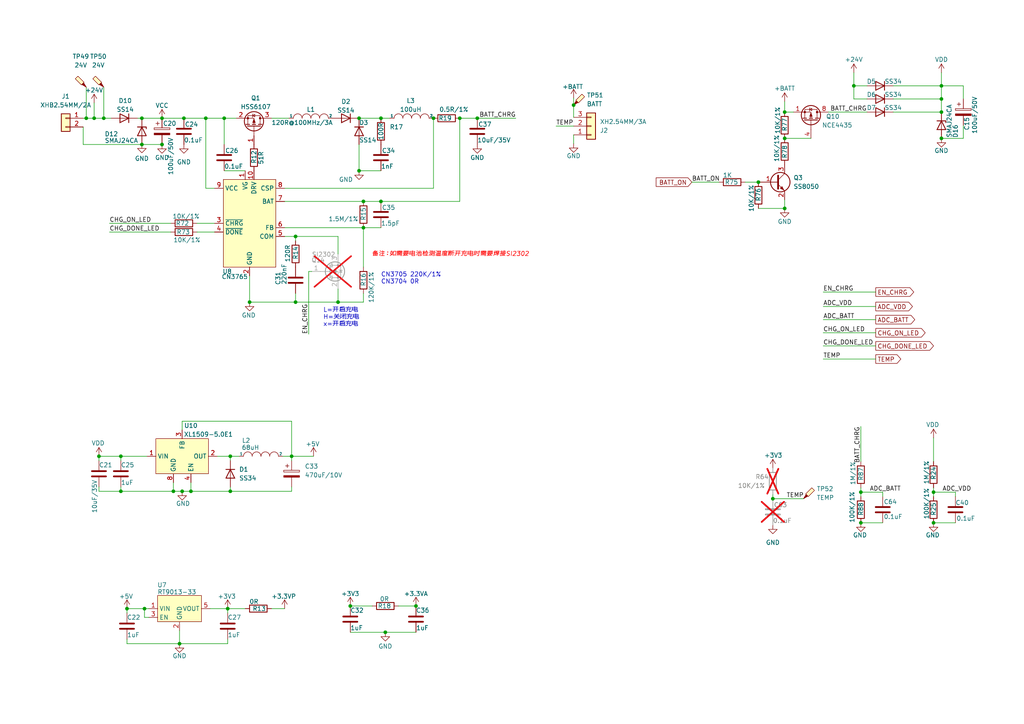
<source format=kicad_sch>
(kicad_sch (version 20231120) (generator "eeschema") (generator_version "8.0")
  (paper "A4")
  (lib_symbols
    (symbol "Connector:TestPoint_Probe" (pin_numbers hide) (pin_names (offset 0.762) hide)
      (property "Reference" "TP" (at 1.651 5.842 0))
      (property "Value" "TestPoint_Probe" (at 1.651 4.064 0))
      (symbol "TestPoint_Probe_0_1"
        (polyline (pts (xy 1.27 0.762) (xy 0 0) (xy 0.762 1.27) (xy 1.27 0.762)) (fill (type outline)))
        (polyline (pts (xy 1.397 0.635) (xy 0.635 1.397) (xy 2.413 3.175) (xy 3.175 2.413) (xy 1.397 0.635)) (fill (type background)))
      )
      (symbol "TestPoint_Probe_1_1"
        (pin passive line (at 0 0 90) (length 0) (name "1") (number "1"))
      )
    )
    (symbol "Connector_Generic:Conn_01x02" (pin_names (offset 1.016) hide)
      (property "Reference" "J" (at 0 2.54 0))
      (property "Value" "Conn_01x02" (at 0 -5.08 0))
      (symbol "Conn_01x02_1_1"
        (rectangle (start -1.27 -2.413) (end 0 -2.667) (stroke (width 0.1524)))
        (rectangle (start -1.27 0.127) (end 0 -0.127) (stroke (width 0.1524)))
        (rectangle (start -1.27 1.27) (end 1.27 -3.81) (stroke (width 0.254)) (fill (type background)))
        (pin passive line (at -5.08 0 0) (length 3.81) (name "Pin_1") (number "1"))
        (pin passive line (at -5.08 -2.54 0) (length 3.81) (name "Pin_2") (number "2"))
      )
    )
    (symbol "Connector_Generic:Conn_01x03" (pin_names (offset 1.016) hide)
      (property "Reference" "J" (at 0 5.08 0))
      (property "Value" "Conn_01x03" (at 0 -5.08 0))
      (symbol "Conn_01x03_1_1"
        (rectangle (start -1.27 -2.413) (end 0 -2.667) (stroke (width 0.1524)))
        (rectangle (start -1.27 0.127) (end 0 -0.127) (stroke (width 0.1524)))
        (rectangle (start -1.27 2.667) (end 0 2.413) (stroke (width 0.1524)))
        (rectangle (start -1.27 3.81) (end 1.27 -3.81) (stroke (width 0.254)) (fill (type background)))
        (pin passive line (at -5.08 2.54 0) (length 3.81) (name "Pin_1") (number "1"))
        (pin passive line (at -5.08 0 0) (length 3.81) (name "Pin_2") (number "2"))
        (pin passive line (at -5.08 -2.54 0) (length 3.81) (name "Pin_3") (number "3"))
      )
    )
    (symbol "Device:C" (pin_numbers hide) (pin_names (offset 0.254))
      (property "Reference" "C" (at 0.635 2.54 0))
      (property "Value" "C" (at 0.635 -2.54 0))
      (symbol "C_0_1"
        (polyline (pts (xy -2.032 -0.762) (xy 2.032 -0.762)) (stroke (width 0.508)))
        (polyline (pts (xy -2.032 0.762) (xy 2.032 0.762)) (stroke (width 0.508)))
      )
      (symbol "C_1_1"
        (pin passive line (at 0 3.81 270) (length 2.794) (name "~") (number "1"))
        (pin passive line (at 0 -3.81 90) (length 2.794) (name "~") (number "2"))
      )
    )
    (symbol "Device:C_Polarized" (pin_numbers hide) (pin_names (offset 0.254))
      (property "Reference" "C" (at 0.635 2.54 0))
      (property "Value" "C_Polarized" (at 0.635 -2.54 0))
      (symbol "C_Polarized_0_1"
        (rectangle (start -2.286 0.508) (end 2.286 1.016))
        (polyline (pts (xy -1.778 2.286) (xy -0.762 2.286)))
        (polyline (pts (xy -1.27 2.794) (xy -1.27 1.778)))
        (rectangle (start 2.286 -0.508) (end -2.286 -1.016) (fill (type outline)))
      )
      (symbol "C_Polarized_1_1"
        (pin passive line (at 0 3.81 270) (length 2.794) (name "~") (number "1"))
        (pin passive line (at 0 -3.81 90) (length 2.794) (name "~") (number "2"))
      )
    )
    (symbol "Device:D" (pin_numbers hide) (pin_names (offset 1.016) hide)
      (property "Reference" "D" (at 0 2.54 0))
      (property "Value" "D" (at 0 -2.54 0))
      (symbol "D_0_1"
        (polyline (pts (xy -1.27 1.27) (xy -1.27 -1.27)) (stroke (width 0.254)))
        (polyline (pts (xy 1.27 0) (xy -1.27 0)))
        (polyline (pts (xy 1.27 1.27) (xy 1.27 -1.27) (xy -1.27 0) (xy 1.27 1.27)) (stroke (width 0.254)))
      )
      (symbol "D_1_1"
        (pin passive line (at -3.81 0 0) (length 2.54) (name "K") (number "1"))
        (pin passive line (at 3.81 0 180) (length 2.54) (name "A") (number "2"))
      )
    )
    (symbol "Device:D_Zener" (pin_numbers hide) (pin_names (offset 1.016) hide)
      (property "Reference" "D" (at 0 2.54 0))
      (property "Value" "D_Zener" (at 0 -2.54 0))
      (symbol "D_Zener_0_1"
        (polyline (pts (xy 1.27 0) (xy -1.27 0)))
        (polyline (pts (xy -1.27 -1.27) (xy -1.27 1.27) (xy -0.762 1.27)) (stroke (width 0.254)))
        (polyline (pts (xy 1.27 -1.27) (xy 1.27 1.27) (xy -1.27 0) (xy 1.27 -1.27)) (stroke (width 0.254)))
      )
      (symbol "D_Zener_1_1"
        (pin passive line (at -3.81 0 0) (length 2.54) (name "K") (number "1"))
        (pin passive line (at 3.81 0 180) (length 2.54) (name "A") (number "2"))
      )
    )
    (symbol "Device:Q_NMOS_GSD" (pin_names (offset 0) hide)
      (property "Reference" "Q" (at 5.08 1.27 0))
      (property "Value" "Q_NMOS_GSD" (at 5.08 -1.27 0))
      (symbol "Q_NMOS_GSD_0_1"
        (polyline (pts (xy 0.254 0) (xy -2.54 0)))
        (polyline (pts (xy 0.254 1.905) (xy 0.254 -1.905)) (stroke (width 0.254)))
        (polyline (pts (xy 0.762 -1.27) (xy 0.762 -2.286)) (stroke (width 0.254)))
        (polyline (pts (xy 0.762 0.508) (xy 0.762 -0.508)) (stroke (width 0.254)))
        (polyline (pts (xy 0.762 2.286) (xy 0.762 1.27)) (stroke (width 0.254)))
        (polyline (pts (xy 2.54 2.54) (xy 2.54 1.778)))
        (polyline (pts (xy 2.54 -2.54) (xy 2.54 0) (xy 0.762 0)))
        (polyline (pts (xy 0.762 -1.778) (xy 3.302 -1.778) (xy 3.302 1.778) (xy 0.762 1.778)))
        (polyline (pts (xy 1.016 0) (xy 2.032 0.381) (xy 2.032 -0.381) (xy 1.016 0)) (fill (type outline)))
        (polyline (pts (xy 2.794 0.508) (xy 2.921 0.381) (xy 3.683 0.381) (xy 3.81 0.254)))
        (polyline (pts (xy 3.302 0.381) (xy 2.921 -0.254) (xy 3.683 -0.254) (xy 3.302 0.381)))
        (circle (center 1.651 0) (radius 2.794) (stroke (width 0.254)))
        (circle (center 2.54 -1.778) (radius 0.254) (fill (type outline)))
        (circle (center 2.54 1.778) (radius 0.254) (fill (type outline)))
      )
      (symbol "Q_NMOS_GSD_1_1"
        (pin input line (at -5.08 0 0) (length 2.54) (name "G") (number "1"))
        (pin passive line (at 2.54 -5.08 90) (length 2.54) (name "S") (number "2"))
        (pin passive line (at 2.54 5.08 270) (length 2.54) (name "D") (number "3"))
      )
    )
    (symbol "Device:Q_NPN_BEC" (pin_names (offset 0) hide)
      (property "Reference" "Q" (at 5.08 1.27 0))
      (property "Value" "Q_NPN_BEC" (at 5.08 -1.27 0))
      (symbol "Q_NPN_BEC_0_1"
        (polyline (pts (xy 0.635 0.635) (xy 2.54 2.54)))
        (polyline (pts (xy 0.635 -0.635) (xy 2.54 -2.54) (xy 2.54 -2.54)))
        (polyline (pts (xy 0.635 1.905) (xy 0.635 -1.905) (xy 0.635 -1.905)) (stroke (width 0.508)))
        (polyline (pts (xy 1.27 -1.778) (xy 1.778 -1.27) (xy 2.286 -2.286) (xy 1.27 -1.778) (xy 1.27 -1.778)) (fill (type outline)))
        (circle (center 1.27 0) (radius 2.8194) (stroke (width 0.254)))
      )
      (symbol "Q_NPN_BEC_1_1"
        (pin input line (at -5.08 0 0) (length 5.715) (name "B") (number "1"))
        (pin passive line (at 2.54 -5.08 90) (length 2.54) (name "E") (number "2"))
        (pin passive line (at 2.54 5.08 270) (length 2.54) (name "C") (number "3"))
      )
    )
    (symbol "Device:Q_PMOS_GSD" (pin_names (offset 0) hide)
      (property "Reference" "Q" (at 5.08 1.27 0))
      (property "Value" "Q_PMOS_GSD" (at 5.08 -1.27 0))
      (symbol "Q_PMOS_GSD_0_1"
        (polyline (pts (xy 0.254 0) (xy -2.54 0)))
        (polyline (pts (xy 0.254 1.905) (xy 0.254 -1.905)) (stroke (width 0.254)))
        (polyline (pts (xy 0.762 -1.27) (xy 0.762 -2.286)) (stroke (width 0.254)))
        (polyline (pts (xy 0.762 0.508) (xy 0.762 -0.508)) (stroke (width 0.254)))
        (polyline (pts (xy 0.762 2.286) (xy 0.762 1.27)) (stroke (width 0.254)))
        (polyline (pts (xy 2.54 2.54) (xy 2.54 1.778)))
        (polyline (pts (xy 2.54 -2.54) (xy 2.54 0) (xy 0.762 0)))
        (polyline (pts (xy 0.762 1.778) (xy 3.302 1.778) (xy 3.302 -1.778) (xy 0.762 -1.778)))
        (polyline (pts (xy 2.286 0) (xy 1.27 0.381) (xy 1.27 -0.381) (xy 2.286 0)) (fill (type outline)))
        (polyline (pts (xy 2.794 -0.508) (xy 2.921 -0.381) (xy 3.683 -0.381) (xy 3.81 -0.254)))
        (polyline (pts (xy 3.302 -0.381) (xy 2.921 0.254) (xy 3.683 0.254) (xy 3.302 -0.381)))
        (circle (center 1.651 0) (radius 2.794) (stroke (width 0.254)))
        (circle (center 2.54 -1.778) (radius 0.254) (fill (type outline)))
        (circle (center 2.54 1.778) (radius 0.254) (fill (type outline)))
      )
      (symbol "Q_PMOS_GSD_1_1"
        (pin input line (at -5.08 0 0) (length 2.54) (name "G") (number "1"))
        (pin passive line (at 2.54 -5.08 90) (length 2.54) (name "S") (number "2"))
        (pin passive line (at 2.54 5.08 270) (length 2.54) (name "D") (number "3"))
      )
    )
    (symbol "Device:R" (pin_numbers hide) (pin_names (offset 0))
      (property "Reference" "R" (at 2.032 0 90))
      (property "Value" "R" (at 0 0 90))
      (symbol "R_0_1"
        (rectangle (start -1.016 -2.54) (end 1.016 2.54) (stroke (width 0.254)))
      )
      (symbol "R_1_1"
        (pin passive line (at 0 3.81 270) (length 1.27) (name "~") (number "1"))
        (pin passive line (at 0 -3.81 90) (length 1.27) (name "~") (number "2"))
      )
    )
    (symbol "Ovo_Power_Management:CN3765"
      (property "Reference" "U" (at 6.35 13.97 0))
      (property "Value" "CN3765" (at -7.62 -13.97 0))
      (symbol "CN3765_0_1"
        (rectangle (start -7.62 12.7) (end 7.62 -12.7) (fill (type background)))
      )
      (symbol "CN3765_1_1"
        (pin power_out line (at -1.27 15.24 270) (length 2.54) (name "VG") (number "1"))
        (pin output line (at 1.27 15.24 270) (length 2.54) (name "DRV") (number "10"))
        (pin power_in line (at 0 -15.24 90) (length 2.54) (name "GND") (number "2"))
        (pin output line (at -10.16 0 0) (length 2.54) (name "~{CHRG}") (number "3"))
        (pin output line (at -10.16 -2.54 0) (length 2.54) (name "~{DONE}") (number "4"))
        (pin passive line (at 10.16 -3.81 180) (length 2.54) (name "COM") (number "5"))
        (pin passive line (at 10.16 -1.27 180) (length 2.54) (name "FB") (number "6"))
        (pin input line (at 10.16 6.35 180) (length 2.54) (name "BAT") (number "7"))
        (pin input line (at 10.16 10.16 180) (length 2.54) (name "CSP") (number "8"))
        (pin power_in line (at -10.16 10.16 0) (length 2.54) (name "VCC") (number "9"))
      )
    )
    (symbol "Ovo_Power_Management:RT9013-xx"
      (property "Reference" "U" (at 0 8.89 0))
      (property "Value" "RT9013-xx" (at 1.27 -10.16 0))
      (symbol "RT9013-xx_0_1"
        (rectangle (start -6.35 3.81) (end 6.35 -3.81) (fill (type background)))
      )
      (symbol "RT9013-xx_1_1"
        (pin power_in line (at -8.89 0 0) (length 2.54) (name "VIN") (number "1"))
        (pin power_in line (at 0 -6.35 90) (length 2.54) (name "GND") (number "2"))
        (pin input line (at -8.89 -2.54 0) (length 2.54) (name "EN") (number "3"))
        (pin passive line (at 8.89 -2.54 180) (length 2.54) hide (name "NC") (number "4"))
        (pin power_out line (at 8.89 0 180) (length 2.54) (name "VOUT") (number "5"))
      )
    )
    (symbol "Ovo_Power_Management:XL1509-xxE1"
      (property "Reference" "U" (at -5.08 6.35 0))
      (property "Value" "XL1509-xxE1" (at 7.62 6.35 0))
      (symbol "XL1509-xxE1_0_1"
        (rectangle (start -7.62 5.08) (end 7.62 -5.08) (fill (type background)))
      )
      (symbol "XL1509-xxE1_1_1"
        (pin power_in line (at -10.16 0 0) (length 2.54) (name "VIN") (number "1"))
        (pin power_out line (at 10.16 0 180) (length 2.54) (name "OUT") (number "2"))
        (pin input line (at 0 7.62 270) (length 2.54) (name "FB") (number "3"))
        (pin input line (at 2.54 -7.62 90) (length 2.54) (name "EN") (number "4"))
        (pin power_in line (at -2.54 -7.62 90) (length 2.54) hide (name "GND") (number "5"))
        (pin power_in line (at -2.54 -7.62 90) (length 2.54) hide (name "GND") (number "6"))
        (pin power_in line (at -2.54 -7.62 90) (length 2.54) hide (name "GND") (number "7"))
        (pin power_in line (at -2.54 -7.62 90) (length 2.54) (name "GND") (number "8"))
      )
    )
    (symbol "Transistor_FET:FDS9435A" (pin_names hide)
      (property "Reference" "Q" (at 5.08 1.905 0))
      (property "Value" "FDS9435A" (at 5.08 0 0))
      (symbol "FDS9435A_0_1"
        (polyline (pts (xy 0.254 0) (xy -2.54 0)))
        (polyline (pts (xy 0.254 1.905) (xy 0.254 -1.905)) (stroke (width 0.254)))
        (polyline (pts (xy 0.762 -1.27) (xy 0.762 -2.286)) (stroke (width 0.254)))
        (polyline (pts (xy 0.762 0.508) (xy 0.762 -0.508)) (stroke (width 0.254)))
        (polyline (pts (xy 0.762 2.286) (xy 0.762 1.27)) (stroke (width 0.254)))
        (polyline (pts (xy 2.54 2.54) (xy 2.54 1.778)))
        (polyline (pts (xy 2.54 -2.54) (xy 2.54 0) (xy 0.762 0)))
        (polyline (pts (xy 0.762 1.778) (xy 3.302 1.778) (xy 3.302 -1.778) (xy 0.762 -1.778)))
        (polyline (pts (xy 2.286 0) (xy 1.27 0.381) (xy 1.27 -0.381) (xy 2.286 0)) (fill (type outline)))
        (polyline (pts (xy 2.794 -0.508) (xy 2.921 -0.381) (xy 3.683 -0.381) (xy 3.81 -0.254)))
        (polyline (pts (xy 3.302 -0.381) (xy 2.921 0.254) (xy 3.683 0.254) (xy 3.302 -0.381)))
        (circle (center 1.651 0) (radius 2.794) (stroke (width 0.254)))
        (circle (center 2.54 -1.778) (radius 0.254) (fill (type outline)))
        (circle (center 2.54 1.778) (radius 0.254) (fill (type outline)))
      )
      (symbol "FDS9435A_1_1"
        (pin passive line (at 2.54 -5.08 90) (length 2.54) (name "S") (number "1"))
        (pin passive line (at 2.54 -5.08 90) (length 2.54) hide (name "S") (number "2"))
        (pin passive line (at 2.54 -5.08 90) (length 2.54) hide (name "S") (number "3"))
        (pin passive line (at -5.08 0 0) (length 2.54) (name "G") (number "4"))
        (pin passive line (at 2.54 5.08 270) (length 2.54) hide (name "D") (number "5"))
        (pin passive line (at 2.54 5.08 270) (length 2.54) hide (name "D") (number "6"))
        (pin passive line (at 2.54 5.08 270) (length 2.54) hide (name "D") (number "7"))
        (pin passive line (at 2.54 5.08 270) (length 2.54) (name "D") (number "8"))
      )
    )
    (symbol "power:+24V" (power) (pin_names (offset 0))
      (property "Value" "+24V" (at 0 3.556 0))
      (symbol "+24V_0_1"
        (polyline (pts (xy -0.762 1.27) (xy 0 2.54)))
        (polyline (pts (xy 0 0) (xy 0 2.54)))
        (polyline (pts (xy 0 2.54) (xy 0.762 1.27)))
      )
      (symbol "+24V_1_1"
        (pin power_in line (at 0 0 90) (length 0) hide (name "+24V") (number "1"))
      )
    )
    (symbol "power:+3.3VA" (power) (pin_names (offset 0))
      (property "Value" "+3.3VA" (at 0 3.556 0))
      (symbol "+3.3VA_0_1"
        (polyline (pts (xy -0.762 1.27) (xy 0 2.54)))
        (polyline (pts (xy 0 0) (xy 0 2.54)))
        (polyline (pts (xy 0 2.54) (xy 0.762 1.27)))
      )
      (symbol "+3.3VA_1_1"
        (pin power_in line (at 0 0 90) (length 0) hide (name "+3.3VA") (number "1"))
      )
    )
    (symbol "power:+3.3VP" (power) (pin_names (offset 0))
      (property "Value" "+3.3VP" (at 0 2.54 0))
      (symbol "+3.3VP_0_0"
        (pin power_in line (at 0 0 90) (length 0) hide (name "+3.3VP") (number "1"))
      )
      (symbol "+3.3VP_0_1"
        (polyline (pts (xy -0.762 1.27) (xy 0 2.54)))
        (polyline (pts (xy 0 0) (xy 0 2.54)))
        (polyline (pts (xy 0 2.54) (xy 0.762 1.27)))
      )
    )
    (symbol "power:+3V3" (power) (pin_names (offset 0))
      (property "Value" "+3V3" (at 0 3.556 0))
      (symbol "+3V3_0_1"
        (polyline (pts (xy -0.762 1.27) (xy 0 2.54)))
        (polyline (pts (xy 0 0) (xy 0 2.54)))
        (polyline (pts (xy 0 2.54) (xy 0.762 1.27)))
      )
      (symbol "+3V3_1_1"
        (pin power_in line (at 0 0 90) (length 0) hide (name "+3V3") (number "1"))
      )
    )
    (symbol "power:+5V" (power) (pin_names (offset 0))
      (property "Value" "+5V" (at 0 3.556 0))
      (symbol "+5V_0_1"
        (polyline (pts (xy -0.762 1.27) (xy 0 2.54)))
        (polyline (pts (xy 0 0) (xy 0 2.54)))
        (polyline (pts (xy 0 2.54) (xy 0.762 1.27)))
      )
      (symbol "+5V_1_1"
        (pin power_in line (at 0 0 90) (length 0) hide (name "+5V") (number "1"))
      )
    )
    (symbol "power:+BATT" (power) (pin_names (offset 0))
      (property "Value" "+BATT" (at 0 3.556 0))
      (symbol "+BATT_0_1"
        (polyline (pts (xy -0.762 1.27) (xy 0 2.54)))
        (polyline (pts (xy 0 0) (xy 0 2.54)))
        (polyline (pts (xy 0 2.54) (xy 0.762 1.27)))
      )
      (symbol "+BATT_1_1"
        (pin power_in line (at 0 0 90) (length 0) hide (name "+BATT") (number "1"))
      )
    )
    (symbol "power:GND" (power) (pin_names (offset 0))
      (property "Value" "GND" (at 0 -3.81 0))
      (symbol "GND_0_1"
        (polyline (pts (xy 0 0) (xy 0 -1.27) (xy 1.27 -1.27) (xy 0 -2.54) (xy -1.27 -1.27) (xy 0 -1.27)))
      )
      (symbol "GND_1_1"
        (pin power_in line (at 0 0 270) (length 0) hide (name "GND") (number "1"))
      )
    )
    (symbol "power:VCC" (power) (pin_names (offset 0))
      (property "Value" "VCC" (at 0 3.81 0))
      (symbol "VCC_0_1"
        (polyline (pts (xy -0.762 1.27) (xy 0 2.54)))
        (polyline (pts (xy 0 0) (xy 0 2.54)))
        (polyline (pts (xy 0 2.54) (xy 0.762 1.27)))
      )
      (symbol "VCC_1_1"
        (pin power_in line (at 0 0 90) (length 0) hide (name "VCC") (number "1"))
      )
    )
    (symbol "power:VDD" (power) (pin_names (offset 0))
      (property "Value" "VDD" (at 0 3.81 0))
      (symbol "VDD_0_1"
        (polyline (pts (xy -0.762 1.27) (xy 0 2.54)))
        (polyline (pts (xy 0 0) (xy 0 2.54)))
        (polyline (pts (xy 0 2.54) (xy 0.762 1.27)))
      )
      (symbol "VDD_1_1"
        (pin power_in line (at 0 0 90) (length 0) hide (name "VDD") (number "1"))
      )
    )
    (symbol "pspice:INDUCTOR" (pin_numbers hide) (pin_names (offset 0))
      (property "Reference" "L" (at 0 2.54 0))
      (property "Value" "INDUCTOR" (at 0 -1.27 0))
      (symbol "INDUCTOR_0_1"
        (arc (start -2.54 0) (mid -3.81 1.2645) (end -5.08 0))
        (arc (start 0 0) (mid -1.27 1.2645) (end -2.54 0))
        (arc (start 2.54 0) (mid 1.27 1.2645) (end 0 0))
        (arc (start 5.08 0) (mid 3.81 1.2645) (end 2.54 0))
      )
      (symbol "INDUCTOR_1_1"
        (pin input line (at -6.35 0 0) (length 1.27) (name "1") (number "1"))
        (pin input line (at 6.35 0 180) (length 1.27) (name "2") (number "2"))
      )
    )
  )
  (junction (at 273.05 28.702))
  (junction (at 273.05 32.512))
  (junction (at 133.35 34.29))
  (junction (at 41.91 176.53))
  (junction (at 35.052 142.494))
  (junction (at 41.148 41.91))
  (junction (at 85.725 68.58))
  (junction (at 35.052 132.334))
  (junction (at 273.05 24.892))
  (junction (at 53.34 34.29))
  (junction (at 219.964 52.832))
  (junction (at 227.584 60.452))
  (junction (at 111.76 183.388))
  (junction (at 98.044 87.63))
  (junction (at 224.155 144.653))
  (junction (at 46.99 34.29))
  (junction (at 30.099 34.29))
  (junction (at 227.584 32.512))
  (junction (at 52.832 142.494))
  (junction (at 227.584 40.132))
  (junction (at 50.292 142.494))
  (junction (at 52.07 186.69))
  (junction (at 249.682 151.638))
  (junction (at 105.41 66.04))
  (junction (at 85.725 87.63))
  (junction (at 101.6 175.768))
  (junction (at 66.802 132.334))
  (junction (at 55.372 142.494))
  (junction (at 36.83 176.53))
  (junction (at 27.305 34.29))
  (junction (at 120.65 175.768))
  (junction (at 59.69 34.29))
  (junction (at 46.99 41.91))
  (junction (at 247.65 24.892))
  (junction (at 25.019 34.29))
  (junction (at 104.14 49.53))
  (junction (at 41.148 34.29))
  (junction (at 65.024 34.29))
  (junction (at 66.04 176.53))
  (junction (at 72.39 87.63))
  (junction (at 110.49 58.42))
  (junction (at 104.14 34.29))
  (junction (at 166.37 30.48))
  (junction (at 270.764 151.638))
  (junction (at 84.582 132.334))
  (junction (at 28.702 132.334))
  (junction (at 273.05 40.132))
  (junction (at 66.802 142.494))
  (junction (at 249.682 142.748))
  (junction (at 270.764 142.748))
  (junction (at 125.73 34.29))
  (junction (at 110.49 34.29))
  (junction (at 138.43 34.29))
  (junction (at 105.41 58.42))
  (wire (pts (xy 55.372 142.494) (xy 66.802 142.494)))
  (wire (pts (xy 247.65 24.892) (xy 251.46 24.892)))
  (wire (pts (xy 35.052 142.494) (xy 35.052 141.224)))
  (wire (pts (xy 105.41 66.04) (xy 105.41 77.47)))
  (wire (pts (xy 270.764 151.638) (xy 277.114 151.638)))
  (wire (pts (xy 270.764 142.748) (xy 277.114 142.748)))
  (wire (pts (xy 89.535 78.74) (xy 89.535 96.901)))
  (wire (pts (xy 24.13 41.91) (xy 41.148 41.91)))
  (wire (pts (xy 249.682 151.638) (xy 256.032 151.638)))
  (wire (pts (xy 98.044 68.58) (xy 98.044 73.66)))
  (wire (pts (xy 259.08 32.512) (xy 273.05 32.512)))
  (wire (pts (xy 247.65 21.082) (xy 247.65 24.892)))
  (wire (pts (xy 98.044 83.82) (xy 98.044 87.63)))
  (wire (pts (xy 52.832 122.174) (xy 84.582 122.174)))
  (wire (pts (xy 277.114 144.018) (xy 277.114 142.748)))
  (wire (pts (xy 90.424 78.74) (xy 89.535 78.74)))
  (wire (pts (xy 39.878 34.29) (xy 41.148 34.29)))
  (wire (pts (xy 279.4 24.892) (xy 279.4 28.702)))
  (wire (pts (xy 219.964 60.452) (xy 227.584 60.452)))
  (wire (pts (xy 259.08 24.892) (xy 273.05 24.892)))
  (wire (pts (xy 104.14 49.53) (xy 104.14 41.91)))
  (wire (pts (xy 52.832 142.494) (xy 55.372 142.494)))
  (wire (pts (xy 82.55 66.04) (xy 105.41 66.04)))
  (wire (pts (xy 78.74 176.53) (xy 82.55 176.53)))
  (wire (pts (xy 50.292 142.494) (xy 52.832 142.494)))
  (wire (pts (xy 166.37 28.448) (xy 166.37 30.48)))
  (wire (pts (xy 105.41 66.04) (xy 110.49 66.04)))
  (wire (pts (xy 259.08 28.702) (xy 273.05 28.702)))
  (wire (pts (xy 98.044 87.63) (xy 105.41 87.63)))
  (wire (pts (xy 72.39 87.63) (xy 85.725 87.63)))
  (wire (pts (xy 249.682 142.748) (xy 256.032 142.748)))
  (wire (pts (xy 24.13 36.83) (xy 24.13 41.91)))
  (wire (pts (xy 238.76 104.14) (xy 254 104.14)))
  (wire (pts (xy 85.725 87.63) (xy 85.725 85.09)))
  (wire (pts (xy 240.284 32.512) (xy 251.46 32.512)))
  (wire (pts (xy 55.372 139.954) (xy 55.372 142.494)))
  (wire (pts (xy 66.802 142.494) (xy 84.582 142.494)))
  (wire (pts (xy 59.69 34.29) (xy 59.69 54.61)))
  (wire (pts (xy 60.96 176.53) (xy 66.04 176.53)))
  (wire (pts (xy 249.682 123.698) (xy 249.682 133.858)))
  (wire (pts (xy 28.702 142.494) (xy 28.702 141.224)))
  (wire (pts (xy 238.76 100.33) (xy 254 100.33)))
  (wire (pts (xy 65.024 34.29) (xy 68.58 34.29)))
  (wire (pts (xy 133.35 34.29) (xy 138.43 34.29)))
  (wire (pts (xy 84.582 142.494) (xy 84.582 141.224)))
  (wire (pts (xy 35.052 142.494) (xy 50.292 142.494)))
  (wire (pts (xy 31.75 64.77) (xy 49.53 64.77)))
  (wire (pts (xy 227.584 32.512) (xy 230.124 32.512)))
  (wire (pts (xy 52.07 186.69) (xy 66.04 186.69)))
  (wire (pts (xy 41.148 41.91) (xy 41.148 41.783)))
  (wire (pts (xy 101.6 183.388) (xy 111.76 183.388)))
  (wire (pts (xy 36.83 185.42) (xy 36.83 186.69)))
  (wire (pts (xy 36.83 177.8) (xy 36.83 176.53)))
  (wire (pts (xy 249.682 142.748) (xy 249.682 144.018)))
  (wire (pts (xy 273.05 24.892) (xy 273.05 21.082)))
  (wire (pts (xy 101.6 175.768) (xy 107.95 175.768)))
  (wire (pts (xy 31.75 67.31) (xy 49.53 67.31)))
  (wire (pts (xy 50.292 139.954) (xy 50.292 142.494)))
  (wire (pts (xy 65.024 41.91) (xy 65.024 34.29)))
  (wire (pts (xy 279.4 40.132) (xy 273.05 40.132)))
  (wire (pts (xy 52.832 124.714) (xy 52.832 122.174)))
  (wire (pts (xy 166.37 41.656) (xy 166.37 39.116)))
  (wire (pts (xy 200.66 52.832) (xy 208.534 52.832)))
  (wire (pts (xy 84.582 122.174) (xy 84.582 132.334)))
  (wire (pts (xy 27.305 29.845) (xy 27.305 34.29)))
  (wire (pts (xy 247.65 28.702) (xy 251.46 28.702)))
  (wire (pts (xy 216.154 52.832) (xy 219.964 52.832)))
  (wire (pts (xy 113.03 34.29) (xy 110.49 34.29)))
  (wire (pts (xy 224.155 144.653) (xy 233.045 144.653)))
  (wire (pts (xy 28.702 132.334) (xy 35.052 132.334)))
  (wire (pts (xy 65.024 49.53) (xy 71.12 49.53)))
  (wire (pts (xy 161.29 36.576) (xy 166.37 36.576)))
  (wire (pts (xy 66.04 176.53) (xy 71.12 176.53)))
  (wire (pts (xy 125.73 54.61) (xy 125.73 34.29)))
  (wire (pts (xy 69.342 132.334) (xy 66.802 132.334)))
  (wire (pts (xy 82.55 54.61) (xy 125.73 54.61)))
  (wire (pts (xy 59.69 34.29) (xy 65.024 34.29)))
  (wire (pts (xy 224.155 144.653) (xy 224.155 143.383)))
  (wire (pts (xy 227.584 29.464) (xy 227.584 32.512)))
  (wire (pts (xy 238.76 96.52) (xy 254 96.52)))
  (wire (pts (xy 85.725 87.63) (xy 98.044 87.63)))
  (wire (pts (xy 66.802 133.604) (xy 66.802 132.334)))
  (wire (pts (xy 104.14 49.53) (xy 110.49 49.53)))
  (wire (pts (xy 41.148 34.29) (xy 46.99 34.29)))
  (wire (pts (xy 57.15 64.77) (xy 62.23 64.77)))
  (wire (pts (xy 27.305 34.29) (xy 30.099 34.29)))
  (wire (pts (xy 28.702 133.604) (xy 28.702 132.334)))
  (wire (pts (xy 133.35 58.42) (xy 133.35 34.29)))
  (wire (pts (xy 273.05 32.512) (xy 273.05 28.702)))
  (wire (pts (xy 110.49 34.29) (xy 104.14 34.29)))
  (wire (pts (xy 30.099 25.273) (xy 30.099 34.29)))
  (wire (pts (xy 84.582 132.334) (xy 82.042 132.334)))
  (wire (pts (xy 115.57 175.768) (xy 120.65 175.768)))
  (wire (pts (xy 66.04 186.69) (xy 66.04 185.42)))
  (wire (pts (xy 30.099 34.29) (xy 32.258 34.29)))
  (wire (pts (xy 279.4 36.322) (xy 279.4 40.132)))
  (wire (pts (xy 78.74 34.29) (xy 83.82 34.29)))
  (wire (pts (xy 238.76 84.709) (xy 254 84.709)))
  (wire (pts (xy 72.39 87.63) (xy 72.39 80.01)))
  (wire (pts (xy 249.682 141.478) (xy 249.682 142.748)))
  (wire (pts (xy 41.91 176.53) (xy 43.18 176.53)))
  (wire (pts (xy 35.052 132.334) (xy 42.672 132.334)))
  (wire (pts (xy 57.15 67.31) (xy 62.23 67.31)))
  (wire (pts (xy 247.65 24.892) (xy 247.65 28.702)))
  (wire (pts (xy 84.582 133.604) (xy 84.582 132.334)))
  (wire (pts (xy 28.702 142.494) (xy 35.052 142.494)))
  (wire (pts (xy 270.764 127) (xy 270.764 133.858)))
  (wire (pts (xy 46.99 34.29) (xy 53.34 34.29)))
  (wire (pts (xy 36.83 186.69) (xy 52.07 186.69)))
  (wire (pts (xy 273.05 24.892) (xy 273.05 28.702)))
  (wire (pts (xy 36.83 176.53) (xy 41.91 176.53)))
  (wire (pts (xy 105.41 58.42) (xy 110.49 58.42)))
  (wire (pts (xy 53.34 34.29) (xy 59.69 34.29)))
  (wire (pts (xy 66.04 176.53) (xy 66.04 177.8)))
  (wire (pts (xy 227.584 60.452) (xy 227.584 57.912)))
  (wire (pts (xy 52.07 182.88) (xy 52.07 186.69)))
  (wire (pts (xy 111.76 183.388) (xy 120.65 183.388)))
  (wire (pts (xy 41.148 41.91) (xy 46.99 41.91)))
  (wire (pts (xy 66.802 142.494) (xy 66.802 141.224)))
  (wire (pts (xy 90.932 132.334) (xy 84.582 132.334)))
  (wire (pts (xy 227.584 40.132) (xy 235.204 40.132)))
  (wire (pts (xy 270.764 141.478) (xy 270.764 142.748)))
  (wire (pts (xy 41.91 179.07) (xy 41.91 176.53)))
  (wire (pts (xy 85.725 68.58) (xy 98.044 68.58)))
  (wire (pts (xy 138.43 34.29) (xy 149.606 34.29)))
  (wire (pts (xy 24.13 34.29) (xy 25.019 34.29)))
  (wire (pts (xy 256.032 144.018) (xy 256.032 142.748)))
  (wire (pts (xy 43.18 179.07) (xy 41.91 179.07)))
  (wire (pts (xy 25.019 25.273) (xy 25.019 34.29)))
  (wire (pts (xy 105.41 85.09) (xy 105.41 87.63)))
  (wire (pts (xy 110.49 58.42) (xy 133.35 58.42)))
  (wire (pts (xy 238.76 92.71) (xy 254 92.71)))
  (wire (pts (xy 62.992 132.334) (xy 66.802 132.334)))
  (wire (pts (xy 270.764 142.748) (xy 270.764 144.018)))
  (wire (pts (xy 62.23 54.61) (xy 59.69 54.61)))
  (wire (pts (xy 85.725 69.85) (xy 85.725 68.58)))
  (wire (pts (xy 25.019 34.29) (xy 27.305 34.29)))
  (wire (pts (xy 35.052 132.334) (xy 35.052 133.604)))
  (wire (pts (xy 82.55 58.42) (xy 105.41 58.42)))
  (wire (pts (xy 238.76 88.9) (xy 254 88.9)))
  (wire (pts (xy 82.55 68.58) (xy 85.725 68.58)))
  (wire (pts (xy 166.37 30.48) (xy 166.37 34.036)))
  (wire (pts (xy 273.05 24.892) (xy 279.4 24.892)))
  (text "备注：如需要电池检测温度断开充电时需要焊接SI2302" (at 107.823 74.549 0) (effects (font (size 1.27 1.27) (italic yes)) (justify left bottom)))
  (text "L=开启充电\nH=关闭充电\nx=开启充电" (at 93.726 94.869 0) (effects (font (size 1.27 1.27)) (justify left bottom)))
  (text "CN3705 220K/1%\nCN3704 0R\n" (at 110.49 82.55 0) (effects (font (size 1.27 1.27)) (justify left bottom)))
  (label "CHG_DONE_LED" (at 31.75 67.31 0))
  (label "CHG_ON_LED" (at 31.75 64.77 0))
  (label "CHG_ON_LED" (at 238.76 96.52 0))
  (label "ADC_VDD" (at 238.76 88.9 0))
  (label "CHG_DONE_LED" (at 238.76 100.33 0))
  (label "BATT_CHRG" (at 240.792 32.512 0))
  (label "TEMP" (at 228.092 144.653 0))
  (label "EN_CHRG" (at 238.76 84.709 0))
  (label "BATT_CHRG" (at 249.682 123.698 270))
  (label "BATT_ON" (at 200.66 52.832 0))
  (label "EN_CHRG" (at 89.535 96.901 90))
  (label "ADC_BATT" (at 252.222 142.748 0))
  (label "BATT_CHRG" (at 149.606 34.29 180))
  (label "TEMP" (at 238.76 104.14 0))
  (label "TEMP" (at 161.29 36.576 0))
  (label "ADC_VDD" (at 273.304 142.748 0))
  (label "ADC_BATT" (at 238.76 92.71 0))
  (global_label "EN_CHRG" (shape output) (at 254 84.709 0) (property "Intersheetrefs" "${INTERSHEET_REFS}" (effects (hide yes))))
  (global_label "ADC_BATT" (shape output) (at 254 92.71 0) (property "Intersheetrefs" "${INTERSHEET_REFS}" (effects (hide yes))))
  (global_label "TEMP" (shape output) (at 254 104.14 0) (property "Intersheetrefs" "${INTERSHEET_REFS}" (effects (hide yes))))
  (global_label "CHG_ON_LED" (shape output) (at 254 96.52 0) (property "Intersheetrefs" "${INTERSHEET_REFS}" (effects (hide yes))))
  (global_label "CHG_DONE_LED" (shape output) (at 254 100.33 0) (property "Intersheetrefs" "${INTERSHEET_REFS}" (effects (hide yes))))
  (global_label "BATT_ON" (shape input) (at 200.66 52.832 180) (property "Intersheetrefs" "${INTERSHEET_REFS}" (effects (hide yes))))
  (global_label "ADC_VDD" (shape output) (at 254 88.9 0) (property "Intersheetrefs" "${INTERSHEET_REFS}" (effects (hide yes))))
  (symbol (lib_id "power:GND") (at 166.37 41.656 0) (unit 1)
    (property "Reference" "#PWR0152" (effects (hide yes)))
    (property "Value" "GND" (at 166.37 45.212 0))
  )
  (symbol (lib_id "Device:R") (at 105.41 62.23 0) (unit 1)
    (property "Reference" "R15" (at 105.41 64.008 90) (effects (justify left)))
    (property "Value" "1.5M/1%" (at 95.25 63.5 0) (effects (justify left)))
    (property "Footprint" "Resistor_SMD:R_0603_1608Metric" (effects (hide yes)))
  )
  (symbol (lib_id "Device:R") (at 73.66 45.72 0) (unit 1)
    (property "Reference" "R12" (at 73.66 47.498 90) (effects (justify left)))
    (property "Value" "51R" (at 75.692 47.752 90) (effects (justify left)))
    (property "Footprint" "Resistor_SMD:R_0603_1608Metric" (effects (hide yes)))
  )
  (symbol (lib_id "Device:C") (at 138.43 38.1 0) (unit 1)
    (property "Reference" "C37" (at 138.684 36.068 0) (effects (justify left)))
    (property "Value" "10uF/35V" (at 138.43 40.64 0) (effects (justify left)))
    (property "Footprint" "Capacitor_SMD:C_0805_2012Metric" (effects (hide yes)))
  )
  (symbol (lib_id "power:VDD") (at 273.05 21.082 0) (unit 1)
    (property "Reference" "#PWR0157" (effects (hide yes)))
    (property "Value" "VDD" (at 273.05 17.272 0))
  )
  (symbol (lib_id "Device:R") (at 212.344 52.832 270) (unit 1)
    (property "Reference" "R75" (at 214.122 52.832 90) (effects (justify right)))
    (property "Value" "1K" (at 212.344 50.8 90) (effects (justify right)))
    (property "Footprint" "Resistor_SMD:R_0603_1608Metric" (effects (hide yes)))
  )
  (symbol (lib_id "Device:C_Polarized") (at 46.99 38.1 0) (unit 1)
    (property "Reference" "C20" (at 47.244 35.814 0) (effects (justify left)))
    (property "Value" "100uF/50V" (at 49.53 50.8 90) (effects (justify left)))
    (property "Footprint" "Capacitor_THT:CP_Radial_D6.3mm_P2.50mm" (effects (hide yes)))
  )
  (symbol (lib_id "power:GND") (at 53.34 41.91 0) (unit 1)
    (property "Reference" "#PWR0137" (effects (hide yes)))
    (property "Value" "GND" (at 53.34 46.99 0))
  )
  (symbol (lib_id "power:+24V") (at 247.65 21.082 0) (unit 1)
    (property "Reference" "#PWR0162" (effects (hide yes)))
    (property "Value" "+24V" (at 247.65 17.272 0))
  )
  (symbol (lib_id "Device:C") (at 66.04 181.61 0) (unit 1)
    (property "Reference" "C27" (at 66.04 179.07 0) (effects (justify left)))
    (property "Value" "1uF" (at 66.04 184.15 0) (effects (justify left)))
    (property "Footprint" "Capacitor_SMD:C_0603_1608Metric" (effects (hide yes)))
  )
  (symbol (lib_id "Device:C") (at 120.65 179.578 0) (unit 1)
    (property "Reference" "C36" (at 120.65 177.038 0) (effects (justify left)))
    (property "Value" "1uF" (at 120.65 182.118 0) (effects (justify left)))
    (property "Footprint" "Capacitor_SMD:C_0603_1608Metric" (effects (hide yes)))
  )
  (symbol (lib_id "power:+BATT") (at 166.37 28.448 0) (unit 1)
    (property "Reference" "#PWR02" (effects (hide yes)))
    (property "Value" "+BATT" (at 166.116 25.146 0))
  )
  (symbol (lib_id "Device:C") (at 65.024 45.72 0) (unit 1)
    (property "Reference" "C26" (at 65.278 43.688 0) (effects (justify left)))
    (property "Value" "0.1uF" (at 65.024 48.26 0) (effects (justify left)))
    (property "Footprint" "Capacitor_SMD:C_0603_1608Metric" (effects (hide yes)))
  )
  (symbol (lib_id "Device:C") (at 85.725 81.28 0) (unit 1)
    (property "Reference" "C31" (at 80.645 82.677 90) (effects (justify left)))
    (property "Value" "220nF" (at 82.423 82.55 90) (effects (justify left)))
    (property "Footprint" "Capacitor_SMD:C_0603_1608Metric" (effects (hide yes)))
  )
  (symbol (lib_id "Device:C") (at 224.155 148.463 0) (unit 1) (in_bom no) (dnp yes)
    (property "Reference" "C63" (at 224.409 146.431 0) (effects (justify left)))
    (property "Value" "0.1uF" (at 224.155 151.003 0) (effects (justify left)))
    (property "Footprint" "Capacitor_SMD:C_0603_1608Metric" (effects (hide yes)))
  )
  (symbol (lib_id "Device:R") (at 224.155 139.573 0) (unit 1) (in_bom no) (dnp yes)
    (property "Reference" "R64" (at 219.075 138.303 0) (effects (justify left)))
    (property "Value" "10K/1%" (at 213.995 140.843 0) (effects (justify left)))
    (property "Footprint" "Resistor_SMD:R_0603_1608Metric" (effects (hide yes)))
  )
  (symbol (lib_id "Device:D") (at 255.27 28.702 180) (unit 1)
    (property "Reference" "D6" (at 252.73 27.432 0))
    (property "Value" "SS34" (at 259.08 27.432 0))
    (property "Footprint" "Diode_SMD:D_SMA" (effects (hide yes)))
  )
  (symbol (lib_id "power:+3V3") (at 224.155 135.763 0) (unit 1)
    (property "Reference" "#PWR0207" (effects (hide yes)))
    (property "Value" "+3V3" (at 224.282 132.08 0))
  )
  (symbol (lib_id "power:GND") (at 111.76 183.388 0) (unit 1)
    (property "Reference" "#PWR0133" (effects (hide yes)))
    (property "Value" "GND" (at 111.76 187.452 0))
  )
  (symbol (lib_id "Device:C") (at 28.702 137.414 0) (unit 1)
    (property "Reference" "C21" (at 28.702 134.874 0) (effects (justify left)))
    (property "Value" "10uF/35V" (at 27.432 148.844 90) (effects (justify left)))
    (property "Footprint" "Capacitor_SMD:C_0805_2012Metric" (effects (hide yes)))
  )
  (symbol (lib_id "Device:R") (at 74.93 176.53 90) (unit 1)
    (property "Reference" "R13" (at 75.184 176.53 90))
    (property "Value" "0R" (at 73.66 174.498 90))
    (property "Footprint" "Resistor_SMD:R_0603_1608Metric" (effects (hide yes)))
  )
  (symbol (lib_id "Device:C") (at 101.6 179.578 0) (unit 1)
    (property "Reference" "C32" (at 101.6 177.038 0) (effects (justify left)))
    (property "Value" "1uF" (at 101.6 182.118 0) (effects (justify left)))
    (property "Footprint" "Capacitor_SMD:C_0603_1608Metric" (effects (hide yes)))
  )
  (symbol (lib_id "Device:D") (at 104.14 38.1 270) (unit 1)
    (property "Reference" "D3" (at 104.14 35.56 90) (effects (justify left)))
    (property "Value" "SS14" (at 104.14 40.64 90) (effects (justify left)))
    (property "Footprint" "Diode_SMD:D_SOD-123" (effects (hide yes)))
  )
  (symbol (lib_id "power:+5V") (at 90.932 132.334 0) (unit 1)
    (property "Reference" "#PWR0145" (effects (hide yes)))
    (property "Value" "+5V" (at 90.678 128.778 0))
  )
  (symbol (lib_id "pspice:INDUCTOR") (at 90.17 34.29 0) (unit 1)
    (property "Reference" "L1" (at 90.17 31.75 0))
    (property "Value" "120R@100MHz/3A" (at 87.63 35.56 0))
    (property "Footprint" "Inductor_SMD:L_1206_3216Metric" (effects (hide yes)))
  )
  (symbol (lib_id "Connector:TestPoint_Probe") (at 166.37 30.48 0) (unit 1)
    (property "Reference" "TP51" (at 170.18 27.6224 0) (effects (justify left)))
    (property "Value" "BATT" (at 170.18 30.1624 0) (effects (justify left)))
    (property "Footprint" "TestPoint:TestPoint_Pad_D1.0mm" (effects (hide yes)))
  )
  (symbol (lib_id "Ovo_Power_Management:XL1509-xxE1") (at 52.832 132.334 0) (unit 1)
    (property "Reference" "U10" (at 55.372 123.444 0))
    (property "Value" "XL1509-5.0E1" (at 60.452 125.984 0))
    (property "Footprint" "Package_SO:SOIC-8_3.9x4.9mm_P1.27mm" (effects (hide yes)))
  )
  (symbol (lib_id "power:GND") (at 46.99 41.91 0) (unit 1)
    (property "Reference" "#PWR0138" (effects (hide yes)))
    (property "Value" "GND" (at 46.99 45.72 0))
  )
  (symbol (lib_id "Device:R") (at 249.682 147.828 0) (unit 1)
    (property "Reference" "R88" (at 249.682 149.606 90) (effects (justify left)))
    (property "Value" "100K/1%" (at 247.142 151.638 90) (effects (justify left)))
    (property "Footprint" "Resistor_SMD:R_0603_1608Metric" (effects (hide yes)))
  )
  (symbol (lib_id "Device:R") (at 227.584 43.942 180) (unit 1)
    (property "Reference" "R78" (at 227.584 45.974 90) (effects (justify right)))
    (property "Value" "10K/1%" (at 225.298 46.99 90) (effects (justify right)))
    (property "Footprint" "Resistor_SMD:R_0603_1608Metric" (effects (hide yes)))
  )
  (symbol (lib_id "Device:C") (at 256.032 147.828 0) (unit 1)
    (property "Reference" "C64" (at 256.286 145.542 0) (effects (justify left)))
    (property "Value" "0.1uF" (at 256.286 149.86 0) (effects (justify left)))
    (property "Footprint" "Capacitor_SMD:C_0603_1608Metric" (effects (hide yes)))
  )
  (symbol (lib_id "power:+24V") (at 27.305 29.845 0) (unit 1)
    (property "Reference" "#PWR020" (effects (hide yes)))
    (property "Value" "+24V" (at 27.305 26.162 0))
  )
  (symbol (lib_id "Device:Q_PMOS_GSD") (at 73.66 36.83 270) (mirror x) (unit 1)
    (property "Reference" "Q1" (at 74.168 28.448 90))
    (property "Value" "HSS6107" (at 74.168 30.988 90))
    (property "Footprint" "Package_TO_SOT_SMD:SOT-23" (effects (hide yes)))
  )
  (symbol (lib_id "Connector:TestPoint_Probe") (at 233.045 144.653 0) (unit 1)
    (property "Reference" "TP52" (at 236.855 141.7954 0) (effects (justify left)))
    (property "Value" "TEMP" (at 236.855 144.3354 0) (effects (justify left)))
    (property "Footprint" "TestPoint:TestPoint_Pad_D1.0mm" (effects (hide yes)))
  )
  (symbol (lib_id "power:VDD") (at 28.702 132.334 0) (unit 1)
    (property "Reference" "#PWR0144" (effects (hide yes)))
    (property "Value" "VDD" (at 28.448 128.524 0))
  )
  (symbol (lib_id "power:GND") (at 104.14 49.53 0) (unit 1)
    (property "Reference" "#PWR0136" (effects (hide yes)))
    (property "Value" "GND" (at 100.33 52.07 0))
  )
  (symbol (lib_id "Device:R") (at 249.682 137.668 0) (unit 1)
    (property "Reference" "R87" (at 249.682 139.446 90) (effects (justify left)))
    (property "Value" "1M/1%" (at 247.396 140.716 90) (effects (justify left)))
    (property "Footprint" "Resistor_SMD:R_0603_1608Metric" (effects (hide yes)))
  )
  (symbol (lib_id "Device:C") (at 110.49 45.72 0) (unit 1)
    (property "Reference" "C34" (at 110.744 43.688 0) (effects (justify left)))
    (property "Value" "1nF" (at 110.49 48.26 0) (effects (justify left)))
    (property "Footprint" "Capacitor_SMD:C_0603_1608Metric" (effects (hide yes)))
  )
  (symbol (lib_id "power:+3.3VA") (at 120.65 175.768 0) (unit 1)
    (property "Reference" "#PWR0134" (effects (hide yes)))
    (property "Value" "+3.3VA" (at 120.65 172.212 0))
  )
  (symbol (lib_id "Device:Q_NPN_BEC") (at 225.044 52.832 0) (unit 1)
    (property "Reference" "Q3" (at 230.124 51.5619 0) (effects (justify left)))
    (property "Value" "SS8050" (at 230.124 54.1019 0) (effects (justify left)))
    (property "Footprint" "Package_TO_SOT_SMD:SOT-23" (effects (hide yes)))
  )
  (symbol (lib_id "Device:R") (at 270.764 147.828 0) (unit 1)
    (property "Reference" "R25" (at 270.764 149.606 90) (effects (justify left)))
    (property "Value" "100K/1%" (at 268.732 150.622 90) (effects (justify left)))
    (property "Footprint" "Resistor_SMD:R_0603_1608Metric" (effects (hide yes)))
  )
  (symbol (lib_id "Device:D") (at 66.802 137.414 270) (unit 1)
    (property "Reference" "D1" (at 69.342 136.1439 90) (effects (justify left)))
    (property "Value" "SS34" (at 69.342 138.6839 90) (effects (justify left)))
    (property "Footprint" "Diode_SMD:D_SMA" (effects (hide yes)))
  )
  (symbol (lib_id "Device:R") (at 227.584 36.322 180) (unit 1)
    (property "Reference" "R77" (at 227.584 38.1 90) (effects (justify right)))
    (property "Value" "10K/1%" (at 225.552 38.862 90) (effects (justify right)))
    (property "Footprint" "Resistor_SMD:R_0603_1608Metric" (effects (hide yes)))
  )
  (symbol (lib_id "pspice:INDUCTOR") (at 75.692 132.334 0) (unit 1)
    (property "Reference" "L2" (at 71.374 127.762 0))
    (property "Value" "68uH" (at 72.644 129.794 0))
    (property "Footprint" "Ovo_Inductor_SMD:L_GZJ_CD75" (effects (hide yes)))
  )
  (symbol (lib_id "Device:D") (at 100.33 34.29 180) (unit 1)
    (property "Reference" "D2" (at 100.33 29.464 0))
    (property "Value" "SS14" (at 100.33 32.004 0))
    (property "Footprint" "Diode_SMD:D_SOD-123" (effects (hide yes)))
  )
  (symbol (lib_id "Device:R") (at 53.34 64.77 90) (unit 1)
    (property "Reference" "R72" (at 54.864 64.77 90) (effects (justify left)))
    (property "Value" "10K/1%" (at 57.912 62.738 90) (effects (justify left)))
    (property "Footprint" "Resistor_SMD:R_0603_1608Metric" (effects (hide yes)))
  )
  (symbol (lib_id "power:GND") (at 227.584 60.452 0) (unit 1)
    (property "Reference" "#PWR0223" (effects (hide yes)))
    (property "Value" "GND" (at 227.584 64.262 0))
  )
  (symbol (lib_id "Ovo_Power_Management:RT9013-xx") (at 52.07 176.53 0) (unit 1)
    (property "Reference" "U7" (at 46.99 169.672 0))
    (property "Value" "RT9013-33" (at 51.308 171.704 0))
    (property "Footprint" "Package_TO_SOT_SMD:SOT-23-5" (effects (hide yes)))
  )
  (symbol (lib_id "Device:R") (at 129.54 34.29 90) (unit 1)
    (property "Reference" "R19" (at 131.064 34.29 90) (effects (justify left)))
    (property "Value" "0.5R/1%" (at 135.89 31.75 90) (effects (justify left)))
    (property "Footprint" "Resistor_SMD:R_1206_3216Metric" (effects (hide yes)))
  )
  (symbol (lib_id "Device:R") (at 111.76 175.768 90) (unit 1)
    (property "Reference" "R18" (at 111.506 175.768 90))
    (property "Value" "0R" (at 111.506 173.736 90))
    (property "Footprint" "Resistor_SMD:R_0603_1608Metric" (effects (hide yes)))
  )
  (symbol (lib_id "Device:D") (at 255.27 24.892 180) (unit 1)
    (property "Reference" "D5" (at 252.73 23.622 0))
    (property "Value" "SS34" (at 259.08 23.622 0))
    (property "Footprint" "Diode_SMD:D_SMA" (effects (hide yes)))
  )
  (symbol (lib_id "Device:Q_NMOS_GSD") (at 95.504 78.74 0) (unit 1) (in_bom no) (dnp yes)
    (property "Reference" "Q14" (at 90.297 75.438 0) (effects (justify left)))
    (property "Value" "SI2302" (at 90.424 73.787 0) (effects (justify left)))
    (property "Footprint" "Package_TO_SOT_SMD:SOT-23" (effects (hide yes)))
  )
  (symbol (lib_id "power:GND") (at 52.07 186.69 0) (unit 1)
    (property "Reference" "#PWR0147" (effects (hide yes)))
    (property "Value" "GND" (at 52.07 190.246 0))
  )
  (symbol (lib_id "Device:C") (at 35.052 137.414 0) (unit 1)
    (property "Reference" "C25" (at 35.052 134.874 0) (effects (justify left)))
    (property "Value" "1uF" (at 35.052 139.954 0) (effects (justify left)))
    (property "Footprint" "Capacitor_SMD:C_0603_1608Metric" (effects (hide yes)))
  )
  (symbol (lib_id "Device:D_Zener") (at 273.05 36.322 270) (unit 1)
    (property "Reference" "D16" (at 277.114 36.068 0) (effects (justify left)))
    (property "Value" "SMAJ24CA" (at 275.336 30.226 0) (effects (justify left)))
    (property "Footprint" "Diode_SMD:D_SMA" (effects (hide yes)))
  )
  (symbol (lib_id "Device:R") (at 110.49 38.1 0) (unit 1)
    (property "Reference" "R17" (at 113.03 36.8299 0) (effects (justify left)))
    (property "Value" "100R" (at 110.49 40.64 90) (effects (justify left)))
    (property "Footprint" "Resistor_SMD:R_0603_1608Metric" (effects (hide yes)))
  )
  (symbol (lib_id "power:GND") (at 41.148 41.783 0) (unit 1)
    (property "Reference" "#PWR021" (effects (hide yes)))
    (property "Value" "GND" (at 41.148 45.974 0))
  )
  (symbol (lib_id "power:GND") (at 72.39 87.63 0) (unit 1)
    (property "Reference" "#PWR0139" (effects (hide yes)))
    (property "Value" "GND" (at 72.136 91.44 0))
  )
  (symbol (lib_id "Device:R") (at 85.725 73.66 0) (unit 1)
    (property "Reference" "R14" (at 85.725 75.311 90) (effects (justify left)))
    (property "Value" "120R" (at 83.439 76.073 90) (effects (justify left)))
    (property "Footprint" "Resistor_SMD:R_0603_1608Metric" (effects (hide yes)))
  )
  (symbol (lib_id "Device:R") (at 105.41 81.28 0) (unit 1)
    (property "Reference" "R16" (at 105.41 83.058 90) (effects (justify left)))
    (property "Value" "120K/1%" (at 107.696 87.884 90) (effects (justify left)))
    (property "Footprint" "Resistor_SMD:R_0603_1608Metric" (effects (hide yes)))
  )
  (symbol (lib_id "Device:D") (at 255.27 32.512 180) (unit 1)
    (property "Reference" "D7" (at 252.73 31.242 0))
    (property "Value" "SS34" (at 259.08 31.242 0))
    (property "Footprint" "Diode_SMD:D_SMA" (effects (hide yes)))
  )
  (symbol (lib_id "Device:D_Zener") (at 41.148 38.1 270) (unit 1)
    (property "Reference" "D12" (at 30.353 38.862 90) (effects (justify left)))
    (property "Value" "SMAJ24CA" (at 30.353 40.767 90) (effects (justify left)))
    (property "Footprint" "Diode_SMD:D_SMA" (effects (hide yes)))
  )
  (symbol (lib_id "pspice:INDUCTOR") (at 119.38 34.29 0) (unit 1)
    (property "Reference" "L3" (at 119.126 29.21 0))
    (property "Value" "100uH" (at 119.126 31.75 0))
    (property "Footprint" "Ovo_Inductor_SMD:L_GZJ_WNR6045" (effects (hide yes)))
  )
  (symbol (lib_id "power:GND") (at 249.682 151.638 0) (unit 1)
    (property "Reference" "#PWR019" (effects (hide yes)))
    (property "Value" "GND" (at 249.428 155.194 0))
  )
  (symbol (lib_id "power:GND") (at 270.764 151.638 0) (unit 1)
    (property "Reference" "#PWR0155" (effects (hide yes)))
    (property "Value" "GND" (at 270.51 155.194 0))
  )
  (symbol (lib_id "Device:C") (at 277.114 147.828 0) (unit 1)
    (property "Reference" "C40" (at 277.114 145.796 0) (effects (justify left)))
    (property "Value" "0.1uF" (at 277.368 150.368 0) (effects (justify left)))
    (property "Footprint" "Capacitor_SMD:C_0603_1608Metric" (effects (hide yes)))
  )
  (symbol (lib_id "power:+BATT") (at 227.584 29.464 0) (unit 1)
    (property "Reference" "#PWR0154" (effects (hide yes)))
    (property "Value" "+BATT" (at 227.584 25.654 0))
  )
  (symbol (lib_id "Device:R") (at 53.34 67.31 90) (unit 1)
    (property "Reference" "R73" (at 55.118 67.31 90) (effects (justify left)))
    (property "Value" "10K/1%" (at 58.166 69.596 90) (effects (justify left)))
    (property "Footprint" "Resistor_SMD:R_0603_1608Metric" (effects (hide yes)))
  )
  (symbol (lib_id "Device:C") (at 53.34 38.1 0) (unit 1)
    (property "Reference" "C24" (at 53.594 36.068 0) (effects (justify left)))
    (property "Value" "0.1uF" (at 53.34 40.64 0) (effects (justify left)))
    (property "Footprint" "Capacitor_SMD:C_0603_1608Metric" (effects (hide yes)))
  )
  (symbol (lib_id "power:+3.3VP") (at 82.55 176.53 0) (unit 1)
    (property "Reference" "#PWR0142" (effects (hide yes)))
    (property "Value" "+3.3VP" (at 82.296 172.974 0))
  )
  (symbol (lib_id "Connector_Generic:Conn_01x02") (at 19.05 34.29 0) (mirror y) (unit 1)
    (property "Reference" "J1" (at 19.05 27.94 0))
    (property "Value" "XHB2.54MM/2A" (at 19.05 30.48 0))
    (property "Footprint" "Connector_JST:JST_XH_B2B-XH-A_1x02_P2.50mm_Vertical" (effects (hide yes)))
  )
  (symbol (lib_id "power:+3V3") (at 66.04 176.53 0) (unit 1)
    (property "Reference" "#PWR0141" (effects (hide yes)))
    (property "Value" "+3V3" (at 65.786 172.974 0))
  )
  (symbol (lib_id "power:GND") (at 224.155 152.273 0) (unit 1)
    (property "Reference" "#PWR0208" (effects (hide yes)))
    (property "Value" "GND" (at 224.155 157.353 0))
  )
  (symbol (lib_id "Device:R") (at 219.964 56.642 180) (unit 1)
    (property "Reference" "R76" (at 219.964 58.42 90) (effects (justify right)))
    (property "Value" "10K/1%" (at 217.932 61.468 90) (effects (justify right)))
    (property "Footprint" "Resistor_SMD:R_0603_1608Metric" (effects (hide yes)))
  )
  (symbol (lib_id "power:GND") (at 273.05 40.132 0) (unit 1)
    (property "Reference" "#PWR0163" (effects (hide yes)))
    (property "Value" "GND" (at 273.05 43.688 0))
  )
  (symbol (lib_id "Device:C_Polarized") (at 84.582 137.414 0) (unit 1)
    (property "Reference" "C33" (at 88.392 135.2549 0) (effects (justify left)))
    (property "Value" "470uF/10V" (at 88.392 137.7949 0) (effects (justify left)))
    (property "Footprint" "Capacitor_THT:CP_Radial_D6.3mm_P2.50mm" (effects (hide yes)))
  )
  (symbol (lib_id "power:GND") (at 52.832 142.494 0) (unit 1)
    (property "Reference" "#PWR0143" (effects (hide yes)))
    (property "Value" "GND" (at 53.086 146.05 0))
  )
  (symbol (lib_id "Connector_Generic:Conn_01x03") (at 171.45 36.576 0) (mirror x) (unit 1)
    (property "Reference" "J2" (at 173.99 37.8461 0) (effects (justify left)))
    (property "Value" "XH2.54MM/3A" (at 173.99 35.3061 0) (effects (justify left)))
    (property "Footprint" "Connector_JST:JST_XH_B3B-XH-A_1x03_P2.50mm_Vertical" (effects (hide yes)))
  )
  (symbol (lib_id "Device:C_Polarized") (at 279.4 32.512 0) (unit 1)
    (property "Reference" "C15" (at 280.416 37.846 90) (effects (justify left)))
    (property "Value" "100uF/50V" (at 282.702 38.862 90) (effects (justify left)))
    (property "Footprint" "Capacitor_THT:CP_Radial_D6.3mm_P2.50mm" (effects (hide yes)))
  )
  (symbol (lib_id "power:+5V") (at 36.83 176.53 0) (unit 1)
    (property "Reference" "#PWR0146" (effects (hide yes)))
    (property "Value" "+5V" (at 36.576 172.974 0))
  )
  (symbol (lib_id "Device:D") (at 36.068 34.29 180) (unit 1)
    (property "Reference" "D10" (at 36.322 29.21 0))
    (property "Value" "SS14" (at 36.322 31.75 0))
    (property "Footprint" "Diode_SMD:D_SOD-123" (effects (hide yes)))
  )
  (symbol (lib_id "Ovo_Power_Management:CN3765") (at 72.39 64.77 0) (unit 1)
    (property "Reference" "U8" (at 64.516 78.74 0) (effects (justify left)))
    (property "Value" "CN3765" (at 64.262 80.264 0) (effects (justify left)))
    (property "Footprint" "Ovo_Package_SO:SSOP-10_3.9x4.9mm_P1.00mm" (effects (hide yes)))
  )
  (symbol (lib_id "Transistor_FET:FDS9435A") (at 235.204 35.052 270) (mirror x) (unit 1)
    (property "Reference" "Q10" (at 241.554 33.782 90))
    (property "Value" "NCE4435" (at 242.824 36.322 90))
    (property "Footprint" "Package_SO:SOIC-8_3.9x4.9mm_P1.27mm" (effects (hide yes)))
    (property "Datasheet" "https://www.onsemi.com/pub/Collateral/FDS9435A-D.PDF" (effects (hide yes)))
  )
  (symbol (lib_id "power:+3V3") (at 101.6 175.768 0) (unit 1)
    (property "Reference" "#PWR0132" (effects (hide yes)))
    (property "Value" "+3V3" (at 101.6 172.212 0))
  )
  (symbol (lib_id "power:VCC") (at 46.99 34.29 0) (unit 1)
    (property "Reference" "#PWR022" (effects (hide yes)))
    (property "Value" "VCC" (at 46.99 30.607 0))
  )
  (symbol (lib_id "power:VDD") (at 270.764 127 0) (unit 1)
    (property "Reference" "#PWR0158" (effects (hide yes)))
    (property "Value" "VDD" (at 270.51 123.19 0))
  )
  (symbol (lib_id "Connector:TestPoint_Probe") (at 25.019 25.273 90) (unit 1)
    (property "Reference" "TP49" (at 23.4315 16.383 90))
    (property "Value" "24V" (at 23.4315 18.923 90))
    (property "Footprint" "TestPoint:TestPoint_Pad_D1.0mm" (effects (hide yes)))
  )
  (symbol (lib_id "power:GND") (at 138.43 41.91 0) (unit 1)
    (property "Reference" "#PWR0150" (effects (hide yes)))
    (property "Value" "GND" (at 138.43 45.72 0))
  )
  (symbol (lib_id "Connector:TestPoint_Probe") (at 30.099 25.273 90) (unit 1)
    (property "Reference" "TP50" (at 28.5115 16.383 90))
    (property "Value" "24V" (at 28.5115 18.923 90))
    (property "Footprint" "TestPoint:TestPoint_Pad_D1.0mm" (effects (hide yes)))
  )
  (symbol (lib_id "Device:C") (at 110.49 62.23 0) (unit 1)
    (property "Reference" "C35" (at 110.744 60.198 0) (effects (justify left)))
    (property "Value" "1.5pF" (at 110.49 64.77 0) (effects (justify left)))
    (property "Footprint" "Capacitor_SMD:C_0603_1608Metric" (effects (hide yes)))
  )
  (symbol (lib_id "Device:R") (at 270.764 137.668 0) (unit 1)
    (property "Reference" "R24" (at 270.764 139.192 90) (effects (justify left)))
    (property "Value" "1M/1%" (at 268.732 140.462 90) (effects (justify left)))
    (property "Footprint" "Resistor_SMD:R_0603_1608Metric" (effects (hide yes)))
  )
  (symbol (lib_id "Device:C") (at 36.83 181.61 0) (unit 1)
    (property "Reference" "C22" (at 36.83 179.07 0) (effects (justify left)))
    (property "Value" "1uF" (at 36.83 184.15 0) (effects (justify left)))
    (property "Footprint" "Capacitor_SMD:C_0603_1608Metric" (effects (hide yes)))
  )
)
</source>
